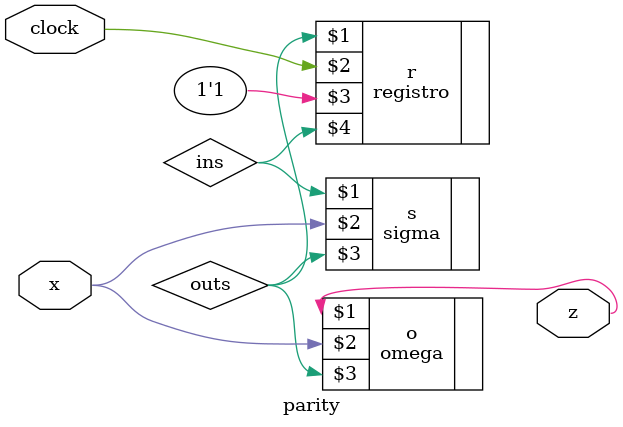
<source format=v>
module parity(output z, input x, input clock);

   wire outs, ins;
   
   registro #(1) r(outs, clock, 1'b1, ins);
   omega         o(z, x, outs);
   sigma         s(ins, x, outs);

endmodule // parity


</source>
